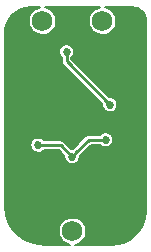
<source format=gbl>
%TF.FileFunction,Copper,L2,Bot,Signal*%
%FSLAX46Y46*%
G04 Gerber Fmt 4.6, Leading zero omitted, Abs format (unit mm)*
G04 Created by KiCad (PCBNEW (2014-12-19 BZR 5328)-product) date 23/12/2014 01:10:06*
%MOMM*%
G01*
G04 APERTURE LIST*
%ADD10C,0.127000*%
%ADD11C,1.750000*%
%ADD12C,0.685800*%
%ADD13C,0.225000*%
%ADD14C,0.200000*%
G04 APERTURE END LIST*
D10*
D11*
X129540000Y-97790000D03*
X132080000Y-97790000D03*
X127000000Y-80010000D03*
X129540000Y-80010000D03*
X132080000Y-80010000D03*
X134620000Y-80010000D03*
D12*
X128940000Y-88900000D03*
X130140000Y-88900000D03*
X129540000Y-88300000D03*
X129540000Y-89500000D03*
X129540000Y-88900000D03*
X125100000Y-79700000D03*
X124750000Y-90500000D03*
X125900000Y-97600000D03*
X131300000Y-82700000D03*
X134392885Y-86393047D03*
X126617329Y-90515594D03*
X129504189Y-91474700D03*
X132344301Y-90063301D03*
X129035615Y-82625705D03*
X132699324Y-87092437D03*
D13*
X125100000Y-80184933D02*
X125100000Y-79700000D01*
X129540000Y-80010000D02*
X128350000Y-81200000D01*
X128350000Y-81200000D02*
X126115067Y-81200000D01*
X126115067Y-81200000D02*
X125100000Y-80184933D01*
X125900000Y-97600000D02*
X125900000Y-91650000D01*
X125900000Y-91650000D02*
X124750000Y-90500000D01*
X132080000Y-97790000D02*
X130892499Y-96602499D01*
X130892499Y-96602499D02*
X126897501Y-96602499D01*
X126897501Y-96602499D02*
X125900000Y-97600000D01*
X130727501Y-81197501D02*
X131406151Y-81197501D01*
X131406151Y-81197501D02*
X133432499Y-81197501D01*
X131300000Y-82700000D02*
X131300000Y-81303652D01*
X131300000Y-81303652D02*
X131406151Y-81197501D01*
X134392885Y-86393047D02*
X134392885Y-80237115D01*
X134392885Y-80237115D02*
X134620000Y-80010000D01*
X129540000Y-80010000D02*
X130727501Y-81197501D01*
X133432499Y-81197501D02*
X133745001Y-80884999D01*
X133745001Y-80884999D02*
X134620000Y-80010000D01*
X129882899Y-88642899D02*
X129540000Y-88300000D01*
X132684853Y-88642899D02*
X129882899Y-88642899D01*
X134392885Y-86393047D02*
X134392885Y-86934867D01*
X134392885Y-86934867D02*
X132684853Y-88642899D01*
X127102262Y-90515594D02*
X126617329Y-90515594D01*
X128545083Y-90515594D02*
X127102262Y-90515594D01*
X129504189Y-91474700D02*
X128545083Y-90515594D01*
X130915588Y-90063301D02*
X129847088Y-91131801D01*
X129847088Y-91131801D02*
X129504189Y-91474700D01*
X132344301Y-90063301D02*
X130915588Y-90063301D01*
X129035615Y-83110638D02*
X129035615Y-82625705D01*
X129035615Y-83428728D02*
X129035615Y-83110638D01*
X132699324Y-87092437D02*
X129035615Y-83428728D01*
D14*
G36*
X135780500Y-96114207D02*
X135701149Y-96693283D01*
X135514368Y-97235656D01*
X135225798Y-97731414D01*
X134846430Y-98161684D01*
X134390713Y-98510074D01*
X133876003Y-98763313D01*
X133342252Y-98906304D01*
X133342252Y-87029397D01*
X133317763Y-86905719D01*
X133269718Y-86789153D01*
X133199947Y-86684139D01*
X133111107Y-86594677D01*
X133006582Y-86524174D01*
X132890355Y-86475317D01*
X132766851Y-86449965D01*
X132640774Y-86449085D01*
X132639566Y-86449315D01*
X129448115Y-83257864D01*
X129448115Y-83120697D01*
X129524642Y-83047822D01*
X129597318Y-82944797D01*
X129648599Y-82829618D01*
X129676532Y-82706672D01*
X129678543Y-82562665D01*
X129654054Y-82438987D01*
X129606009Y-82322421D01*
X129536238Y-82217407D01*
X129447398Y-82127945D01*
X129342873Y-82057442D01*
X129226646Y-82008585D01*
X129103142Y-81983233D01*
X128977065Y-81982353D01*
X128853219Y-82005978D01*
X128736321Y-82053208D01*
X128630822Y-82122244D01*
X128540742Y-82210457D01*
X128469511Y-82314487D01*
X128419843Y-82430371D01*
X128393630Y-82553695D01*
X128391870Y-82679762D01*
X128414629Y-82803770D01*
X128461042Y-82920995D01*
X128529340Y-83026973D01*
X128616922Y-83117667D01*
X128623115Y-83121971D01*
X128623115Y-83428728D01*
X128626834Y-83466660D01*
X128630154Y-83504608D01*
X128630759Y-83506691D01*
X128630971Y-83508850D01*
X128641988Y-83545341D01*
X128652615Y-83581917D01*
X128653612Y-83583841D01*
X128654240Y-83585920D01*
X128672136Y-83619578D01*
X128689663Y-83653391D01*
X128691016Y-83655086D01*
X128692035Y-83657002D01*
X128716135Y-83686551D01*
X128739890Y-83716309D01*
X128742867Y-83719328D01*
X128742917Y-83719390D01*
X128742973Y-83719436D01*
X128743933Y-83720410D01*
X132057154Y-87033631D01*
X132055579Y-87146494D01*
X132078338Y-87270502D01*
X132124751Y-87387727D01*
X132193049Y-87493705D01*
X132280631Y-87584399D01*
X132384161Y-87656354D01*
X132499696Y-87706830D01*
X132622834Y-87733904D01*
X132748885Y-87736544D01*
X132873049Y-87714651D01*
X132990596Y-87669057D01*
X133097048Y-87601501D01*
X133188351Y-87514554D01*
X133261027Y-87411529D01*
X133312308Y-87296350D01*
X133340241Y-87173404D01*
X133342252Y-87029397D01*
X133342252Y-98906304D01*
X133321918Y-98911752D01*
X132987229Y-98933966D01*
X132987229Y-90000261D01*
X132962740Y-89876583D01*
X132914695Y-89760017D01*
X132844924Y-89655003D01*
X132756084Y-89565541D01*
X132651559Y-89495038D01*
X132535332Y-89446181D01*
X132411828Y-89420829D01*
X132285751Y-89419949D01*
X132161905Y-89443574D01*
X132045007Y-89490804D01*
X131939508Y-89559840D01*
X131849428Y-89648053D01*
X131847546Y-89650801D01*
X130915588Y-89650801D01*
X130877655Y-89654520D01*
X130839708Y-89657840D01*
X130837624Y-89658445D01*
X130835466Y-89658657D01*
X130798974Y-89669674D01*
X130762399Y-89680301D01*
X130760474Y-89681298D01*
X130758396Y-89681926D01*
X130724758Y-89699811D01*
X130690924Y-89717349D01*
X130689226Y-89718704D01*
X130687314Y-89719721D01*
X130657786Y-89743803D01*
X130628007Y-89767576D01*
X130624991Y-89770549D01*
X130624926Y-89770603D01*
X130624875Y-89770663D01*
X130623906Y-89771620D01*
X129563355Y-90832169D01*
X129445639Y-90831348D01*
X129444430Y-90831578D01*
X128836765Y-90223912D01*
X128807287Y-90199699D01*
X128778132Y-90175235D01*
X128776231Y-90174190D01*
X128774555Y-90172813D01*
X128740977Y-90154808D01*
X128707584Y-90136451D01*
X128705515Y-90135794D01*
X128703604Y-90134770D01*
X128667175Y-90123632D01*
X128630847Y-90112108D01*
X128628691Y-90111866D01*
X128626617Y-90111232D01*
X128588691Y-90107379D01*
X128550842Y-90103134D01*
X128546607Y-90103104D01*
X128546523Y-90103096D01*
X128546444Y-90103103D01*
X128545083Y-90103094D01*
X127113779Y-90103094D01*
X127029112Y-90017834D01*
X126924587Y-89947331D01*
X126808360Y-89898474D01*
X126684856Y-89873122D01*
X126558779Y-89872242D01*
X126434933Y-89895867D01*
X126318035Y-89943097D01*
X126212536Y-90012133D01*
X126122456Y-90100346D01*
X126051225Y-90204376D01*
X126001557Y-90320260D01*
X125975344Y-90443584D01*
X125973584Y-90569651D01*
X125996343Y-90693659D01*
X126042756Y-90810884D01*
X126111054Y-90916862D01*
X126198636Y-91007556D01*
X126302166Y-91079511D01*
X126417701Y-91129987D01*
X126540839Y-91157061D01*
X126666890Y-91159701D01*
X126791054Y-91137808D01*
X126908601Y-91092214D01*
X127015053Y-91024658D01*
X127106356Y-90937711D01*
X127113140Y-90928094D01*
X128374219Y-90928094D01*
X128862019Y-91415894D01*
X128860444Y-91528757D01*
X128883203Y-91652765D01*
X128929616Y-91769990D01*
X128997914Y-91875968D01*
X129085496Y-91966662D01*
X129189026Y-92038617D01*
X129304561Y-92089093D01*
X129427699Y-92116167D01*
X129553750Y-92118807D01*
X129677914Y-92096914D01*
X129795461Y-92051320D01*
X129901913Y-91983764D01*
X129993216Y-91896817D01*
X130065892Y-91793792D01*
X130117173Y-91678613D01*
X130145106Y-91555667D01*
X130147067Y-91415185D01*
X131086451Y-90475801D01*
X131848872Y-90475801D01*
X131925608Y-90555263D01*
X132029138Y-90627218D01*
X132144673Y-90677694D01*
X132267811Y-90704768D01*
X132393862Y-90707408D01*
X132518026Y-90685515D01*
X132635573Y-90639921D01*
X132742025Y-90572365D01*
X132833328Y-90485418D01*
X132906004Y-90382393D01*
X132957285Y-90267214D01*
X132985218Y-90144268D01*
X132987229Y-90000261D01*
X132987229Y-98933966D01*
X132732351Y-98950884D01*
X132727700Y-98950722D01*
X132723882Y-98950962D01*
X132720075Y-98950535D01*
X132715000Y-98950500D01*
X129725321Y-98950500D01*
X129857510Y-98927192D01*
X130072344Y-98843863D01*
X130266902Y-98720392D01*
X130433773Y-98561484D01*
X130566600Y-98373190D01*
X130660324Y-98162682D01*
X130711375Y-97937979D01*
X130715050Y-97674785D01*
X130670293Y-97448744D01*
X130582483Y-97235702D01*
X130454965Y-97043772D01*
X130292597Y-96880267D01*
X130101562Y-96751412D01*
X129889138Y-96662117D01*
X129663415Y-96615783D01*
X129432991Y-96614174D01*
X129206644Y-96657352D01*
X128992993Y-96743673D01*
X128800178Y-96869847D01*
X128635543Y-97031070D01*
X128505358Y-97221201D01*
X128414582Y-97432996D01*
X128366673Y-97658390D01*
X128363456Y-97888797D01*
X128405053Y-98115441D01*
X128489879Y-98329689D01*
X128614705Y-98523380D01*
X128774775Y-98689137D01*
X128963991Y-98820646D01*
X129175148Y-98912898D01*
X129346172Y-98950500D01*
X127265507Y-98950500D01*
X126594770Y-98908006D01*
X125968397Y-98742218D01*
X125386157Y-98457925D01*
X124870227Y-98065958D01*
X124440255Y-97581242D01*
X124112618Y-97022240D01*
X123899801Y-96410249D01*
X123807515Y-95751507D01*
X123807500Y-95751111D01*
X123807500Y-81043776D01*
X123850660Y-80603590D01*
X123973337Y-80197262D01*
X124172597Y-79822508D01*
X124440856Y-79493591D01*
X124767890Y-79223045D01*
X125141246Y-79021172D01*
X125546704Y-78895662D01*
X125985910Y-78849500D01*
X126812649Y-78849500D01*
X126666644Y-78877352D01*
X126452993Y-78963673D01*
X126260178Y-79089847D01*
X126095543Y-79251070D01*
X125965358Y-79441201D01*
X125874582Y-79652996D01*
X125826673Y-79878390D01*
X125823456Y-80108797D01*
X125865053Y-80335441D01*
X125949879Y-80549689D01*
X126074705Y-80743380D01*
X126234775Y-80909137D01*
X126423991Y-81040646D01*
X126635148Y-81132898D01*
X126860202Y-81182379D01*
X127090581Y-81187205D01*
X127317510Y-81147192D01*
X127532344Y-81063863D01*
X127726902Y-80940392D01*
X127893773Y-80781484D01*
X128026600Y-80593190D01*
X128120324Y-80382682D01*
X128171375Y-80157979D01*
X128175050Y-79894785D01*
X128130293Y-79668744D01*
X128042483Y-79455702D01*
X127914965Y-79263772D01*
X127752597Y-79100267D01*
X127561562Y-78971412D01*
X127349138Y-78882117D01*
X127190239Y-78849500D01*
X131892649Y-78849500D01*
X131746644Y-78877352D01*
X131532993Y-78963673D01*
X131340178Y-79089847D01*
X131175543Y-79251070D01*
X131045358Y-79441201D01*
X130954582Y-79652996D01*
X130906673Y-79878390D01*
X130903456Y-80108797D01*
X130945053Y-80335441D01*
X131029879Y-80549689D01*
X131154705Y-80743380D01*
X131314775Y-80909137D01*
X131503991Y-81040646D01*
X131715148Y-81132898D01*
X131940202Y-81182379D01*
X132170581Y-81187205D01*
X132397510Y-81147192D01*
X132612344Y-81063863D01*
X132806902Y-80940392D01*
X132973773Y-80781484D01*
X133106600Y-80593190D01*
X133200324Y-80382682D01*
X133251375Y-80157979D01*
X133255050Y-79894785D01*
X133210293Y-79668744D01*
X133122483Y-79455702D01*
X132994965Y-79263772D01*
X132832597Y-79100267D01*
X132641562Y-78971412D01*
X132429138Y-78882117D01*
X132270239Y-78849500D01*
X134602224Y-78849500D01*
X134845070Y-78873311D01*
X135061568Y-78938676D01*
X135261248Y-79044848D01*
X135436500Y-79187780D01*
X135580653Y-79362032D01*
X135688215Y-79560963D01*
X135755089Y-79776996D01*
X135780500Y-80018764D01*
X135780500Y-96114207D01*
X135780500Y-96114207D01*
G37*
X135780500Y-96114207D02*
X135701149Y-96693283D01*
X135514368Y-97235656D01*
X135225798Y-97731414D01*
X134846430Y-98161684D01*
X134390713Y-98510074D01*
X133876003Y-98763313D01*
X133342252Y-98906304D01*
X133342252Y-87029397D01*
X133317763Y-86905719D01*
X133269718Y-86789153D01*
X133199947Y-86684139D01*
X133111107Y-86594677D01*
X133006582Y-86524174D01*
X132890355Y-86475317D01*
X132766851Y-86449965D01*
X132640774Y-86449085D01*
X132639566Y-86449315D01*
X129448115Y-83257864D01*
X129448115Y-83120697D01*
X129524642Y-83047822D01*
X129597318Y-82944797D01*
X129648599Y-82829618D01*
X129676532Y-82706672D01*
X129678543Y-82562665D01*
X129654054Y-82438987D01*
X129606009Y-82322421D01*
X129536238Y-82217407D01*
X129447398Y-82127945D01*
X129342873Y-82057442D01*
X129226646Y-82008585D01*
X129103142Y-81983233D01*
X128977065Y-81982353D01*
X128853219Y-82005978D01*
X128736321Y-82053208D01*
X128630822Y-82122244D01*
X128540742Y-82210457D01*
X128469511Y-82314487D01*
X128419843Y-82430371D01*
X128393630Y-82553695D01*
X128391870Y-82679762D01*
X128414629Y-82803770D01*
X128461042Y-82920995D01*
X128529340Y-83026973D01*
X128616922Y-83117667D01*
X128623115Y-83121971D01*
X128623115Y-83428728D01*
X128626834Y-83466660D01*
X128630154Y-83504608D01*
X128630759Y-83506691D01*
X128630971Y-83508850D01*
X128641988Y-83545341D01*
X128652615Y-83581917D01*
X128653612Y-83583841D01*
X128654240Y-83585920D01*
X128672136Y-83619578D01*
X128689663Y-83653391D01*
X128691016Y-83655086D01*
X128692035Y-83657002D01*
X128716135Y-83686551D01*
X128739890Y-83716309D01*
X128742867Y-83719328D01*
X128742917Y-83719390D01*
X128742973Y-83719436D01*
X128743933Y-83720410D01*
X132057154Y-87033631D01*
X132055579Y-87146494D01*
X132078338Y-87270502D01*
X132124751Y-87387727D01*
X132193049Y-87493705D01*
X132280631Y-87584399D01*
X132384161Y-87656354D01*
X132499696Y-87706830D01*
X132622834Y-87733904D01*
X132748885Y-87736544D01*
X132873049Y-87714651D01*
X132990596Y-87669057D01*
X133097048Y-87601501D01*
X133188351Y-87514554D01*
X133261027Y-87411529D01*
X133312308Y-87296350D01*
X133340241Y-87173404D01*
X133342252Y-87029397D01*
X133342252Y-98906304D01*
X133321918Y-98911752D01*
X132987229Y-98933966D01*
X132987229Y-90000261D01*
X132962740Y-89876583D01*
X132914695Y-89760017D01*
X132844924Y-89655003D01*
X132756084Y-89565541D01*
X132651559Y-89495038D01*
X132535332Y-89446181D01*
X132411828Y-89420829D01*
X132285751Y-89419949D01*
X132161905Y-89443574D01*
X132045007Y-89490804D01*
X131939508Y-89559840D01*
X131849428Y-89648053D01*
X131847546Y-89650801D01*
X130915588Y-89650801D01*
X130877655Y-89654520D01*
X130839708Y-89657840D01*
X130837624Y-89658445D01*
X130835466Y-89658657D01*
X130798974Y-89669674D01*
X130762399Y-89680301D01*
X130760474Y-89681298D01*
X130758396Y-89681926D01*
X130724758Y-89699811D01*
X130690924Y-89717349D01*
X130689226Y-89718704D01*
X130687314Y-89719721D01*
X130657786Y-89743803D01*
X130628007Y-89767576D01*
X130624991Y-89770549D01*
X130624926Y-89770603D01*
X130624875Y-89770663D01*
X130623906Y-89771620D01*
X129563355Y-90832169D01*
X129445639Y-90831348D01*
X129444430Y-90831578D01*
X128836765Y-90223912D01*
X128807287Y-90199699D01*
X128778132Y-90175235D01*
X128776231Y-90174190D01*
X128774555Y-90172813D01*
X128740977Y-90154808D01*
X128707584Y-90136451D01*
X128705515Y-90135794D01*
X128703604Y-90134770D01*
X128667175Y-90123632D01*
X128630847Y-90112108D01*
X128628691Y-90111866D01*
X128626617Y-90111232D01*
X128588691Y-90107379D01*
X128550842Y-90103134D01*
X128546607Y-90103104D01*
X128546523Y-90103096D01*
X128546444Y-90103103D01*
X128545083Y-90103094D01*
X127113779Y-90103094D01*
X127029112Y-90017834D01*
X126924587Y-89947331D01*
X126808360Y-89898474D01*
X126684856Y-89873122D01*
X126558779Y-89872242D01*
X126434933Y-89895867D01*
X126318035Y-89943097D01*
X126212536Y-90012133D01*
X126122456Y-90100346D01*
X126051225Y-90204376D01*
X126001557Y-90320260D01*
X125975344Y-90443584D01*
X125973584Y-90569651D01*
X125996343Y-90693659D01*
X126042756Y-90810884D01*
X126111054Y-90916862D01*
X126198636Y-91007556D01*
X126302166Y-91079511D01*
X126417701Y-91129987D01*
X126540839Y-91157061D01*
X126666890Y-91159701D01*
X126791054Y-91137808D01*
X126908601Y-91092214D01*
X127015053Y-91024658D01*
X127106356Y-90937711D01*
X127113140Y-90928094D01*
X128374219Y-90928094D01*
X128862019Y-91415894D01*
X128860444Y-91528757D01*
X128883203Y-91652765D01*
X128929616Y-91769990D01*
X128997914Y-91875968D01*
X129085496Y-91966662D01*
X129189026Y-92038617D01*
X129304561Y-92089093D01*
X129427699Y-92116167D01*
X129553750Y-92118807D01*
X129677914Y-92096914D01*
X129795461Y-92051320D01*
X129901913Y-91983764D01*
X129993216Y-91896817D01*
X130065892Y-91793792D01*
X130117173Y-91678613D01*
X130145106Y-91555667D01*
X130147067Y-91415185D01*
X131086451Y-90475801D01*
X131848872Y-90475801D01*
X131925608Y-90555263D01*
X132029138Y-90627218D01*
X132144673Y-90677694D01*
X132267811Y-90704768D01*
X132393862Y-90707408D01*
X132518026Y-90685515D01*
X132635573Y-90639921D01*
X132742025Y-90572365D01*
X132833328Y-90485418D01*
X132906004Y-90382393D01*
X132957285Y-90267214D01*
X132985218Y-90144268D01*
X132987229Y-90000261D01*
X132987229Y-98933966D01*
X132732351Y-98950884D01*
X132727700Y-98950722D01*
X132723882Y-98950962D01*
X132720075Y-98950535D01*
X132715000Y-98950500D01*
X129725321Y-98950500D01*
X129857510Y-98927192D01*
X130072344Y-98843863D01*
X130266902Y-98720392D01*
X130433773Y-98561484D01*
X130566600Y-98373190D01*
X130660324Y-98162682D01*
X130711375Y-97937979D01*
X130715050Y-97674785D01*
X130670293Y-97448744D01*
X130582483Y-97235702D01*
X130454965Y-97043772D01*
X130292597Y-96880267D01*
X130101562Y-96751412D01*
X129889138Y-96662117D01*
X129663415Y-96615783D01*
X129432991Y-96614174D01*
X129206644Y-96657352D01*
X128992993Y-96743673D01*
X128800178Y-96869847D01*
X128635543Y-97031070D01*
X128505358Y-97221201D01*
X128414582Y-97432996D01*
X128366673Y-97658390D01*
X128363456Y-97888797D01*
X128405053Y-98115441D01*
X128489879Y-98329689D01*
X128614705Y-98523380D01*
X128774775Y-98689137D01*
X128963991Y-98820646D01*
X129175148Y-98912898D01*
X129346172Y-98950500D01*
X127265507Y-98950500D01*
X126594770Y-98908006D01*
X125968397Y-98742218D01*
X125386157Y-98457925D01*
X124870227Y-98065958D01*
X124440255Y-97581242D01*
X124112618Y-97022240D01*
X123899801Y-96410249D01*
X123807515Y-95751507D01*
X123807500Y-95751111D01*
X123807500Y-81043776D01*
X123850660Y-80603590D01*
X123973337Y-80197262D01*
X124172597Y-79822508D01*
X124440856Y-79493591D01*
X124767890Y-79223045D01*
X125141246Y-79021172D01*
X125546704Y-78895662D01*
X125985910Y-78849500D01*
X126812649Y-78849500D01*
X126666644Y-78877352D01*
X126452993Y-78963673D01*
X126260178Y-79089847D01*
X126095543Y-79251070D01*
X125965358Y-79441201D01*
X125874582Y-79652996D01*
X125826673Y-79878390D01*
X125823456Y-80108797D01*
X125865053Y-80335441D01*
X125949879Y-80549689D01*
X126074705Y-80743380D01*
X126234775Y-80909137D01*
X126423991Y-81040646D01*
X126635148Y-81132898D01*
X126860202Y-81182379D01*
X127090581Y-81187205D01*
X127317510Y-81147192D01*
X127532344Y-81063863D01*
X127726902Y-80940392D01*
X127893773Y-80781484D01*
X128026600Y-80593190D01*
X128120324Y-80382682D01*
X128171375Y-80157979D01*
X128175050Y-79894785D01*
X128130293Y-79668744D01*
X128042483Y-79455702D01*
X127914965Y-79263772D01*
X127752597Y-79100267D01*
X127561562Y-78971412D01*
X127349138Y-78882117D01*
X127190239Y-78849500D01*
X131892649Y-78849500D01*
X131746644Y-78877352D01*
X131532993Y-78963673D01*
X131340178Y-79089847D01*
X131175543Y-79251070D01*
X131045358Y-79441201D01*
X130954582Y-79652996D01*
X130906673Y-79878390D01*
X130903456Y-80108797D01*
X130945053Y-80335441D01*
X131029879Y-80549689D01*
X131154705Y-80743380D01*
X131314775Y-80909137D01*
X131503991Y-81040646D01*
X131715148Y-81132898D01*
X131940202Y-81182379D01*
X132170581Y-81187205D01*
X132397510Y-81147192D01*
X132612344Y-81063863D01*
X132806902Y-80940392D01*
X132973773Y-80781484D01*
X133106600Y-80593190D01*
X133200324Y-80382682D01*
X133251375Y-80157979D01*
X133255050Y-79894785D01*
X133210293Y-79668744D01*
X133122483Y-79455702D01*
X132994965Y-79263772D01*
X132832597Y-79100267D01*
X132641562Y-78971412D01*
X132429138Y-78882117D01*
X132270239Y-78849500D01*
X134602224Y-78849500D01*
X134845070Y-78873311D01*
X135061568Y-78938676D01*
X135261248Y-79044848D01*
X135436500Y-79187780D01*
X135580653Y-79362032D01*
X135688215Y-79560963D01*
X135755089Y-79776996D01*
X135780500Y-80018764D01*
X135780500Y-96114207D01*
M02*

</source>
